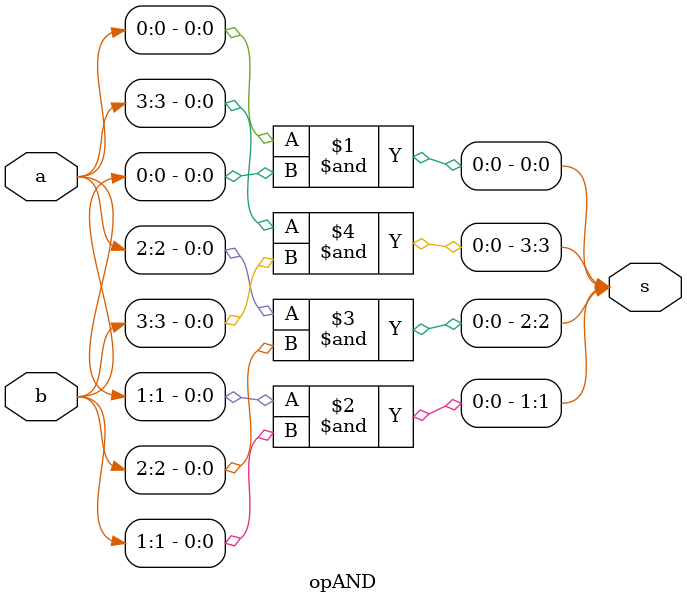
<source format=sv>
module opAND(
    input logic [3:0] a,
    input logic [3:0] b,
    output logic [3:0] s
);  
    assign s[0] = a[0] & b[0];
    assign s[1] = a[1] & b[1];
    assign s[2] = a[2] & b[2];
    assign s[3] = a[3] & b[3];

endmodule
</source>
